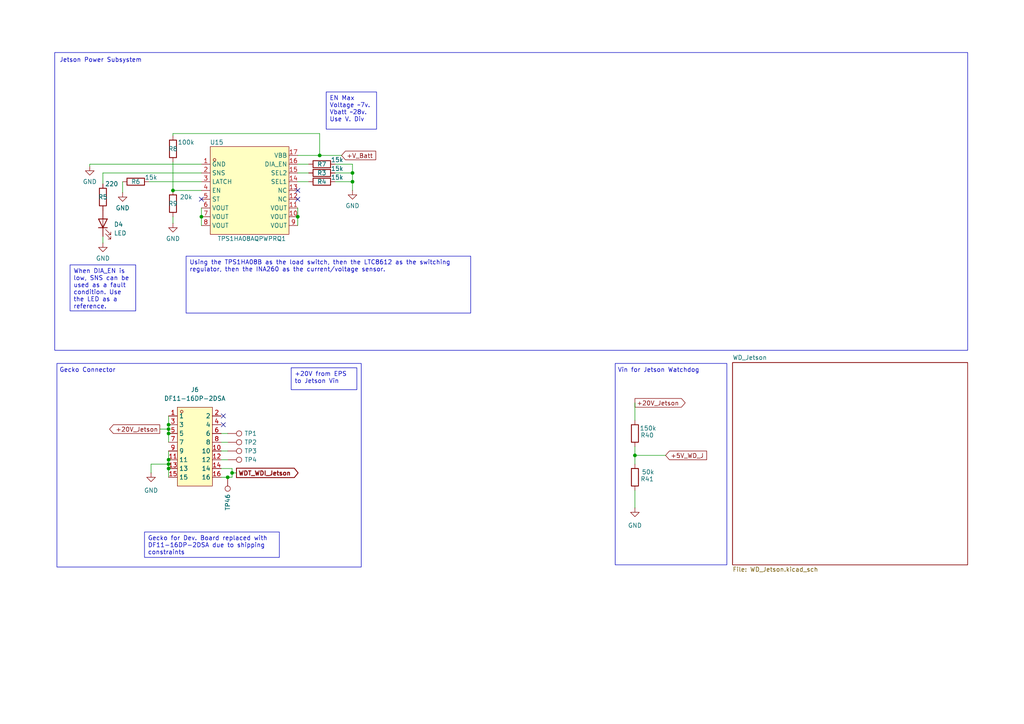
<source format=kicad_sch>
(kicad_sch (version 20250114) (generator "eeschema") (generator_version "9.0")
  (paper "A4")
  (lib_symbols
    (symbol "Connector:TestPoint" (pin_numbers (hide yes)) (pin_names (offset 0.762) (hide yes))
      (property "Reference" "TP" (at 0 6.858 0))
      (property "Value" "TestPoint" (at 0 5.08 0))
      (symbol "TestPoint_0_1"
        (circle (center 0 3.302) (radius 0.762))
      )
      (symbol "TestPoint_1_1"
        (pin passive line (at 0 0 90) (length 2.54) (name "1") (number "1"))
      )
    )
    (symbol "Device:LED" (pin_numbers (hide yes)) (pin_names (offset 1.016) (hide yes))
      (property "Reference" "D" (at 0 2.54 0))
      (property "Value" "LED" (at 0 -2.54 0))
      (symbol "LED_0_1"
        (polyline (pts (xy -3.048 -0.762) (xy -4.572 -2.286) (xy -3.81 -2.286) (xy -4.572 -2.286) (xy -4.572 -1.524)))
        (polyline (pts (xy -1.778 -0.762) (xy -3.302 -2.286) (xy -2.54 -2.286) (xy -3.302 -2.286) (xy -3.302 -1.524)))
        (polyline (pts (xy -1.27 0) (xy 1.27 0)))
        (polyline (pts (xy -1.27 -1.27) (xy -1.27 1.27)) (stroke (width 0.254)))
        (polyline (pts (xy 1.27 -1.27) (xy 1.27 1.27) (xy -1.27 0) (xy 1.27 -1.27)) (stroke (width 0.254)))
      )
      (symbol "LED_1_1"
        (pin passive line (at -3.81 0 0) (length 2.54) (name "K") (number "1"))
        (pin passive line (at 3.81 0 180) (length 2.54) (name "A") (number "2"))
      )
    )
    (symbol "Device:R" (pin_numbers (hide yes)) (pin_names (offset 0))
      (property "Reference" "R" (at 2.032 0 90))
      (property "Value" "R" (at 0 0 90))
      (symbol "R_0_1"
        (rectangle (start -1.016 -2.54) (end 1.016 2.54) (stroke (width 0.254)))
      )
      (symbol "R_1_1"
        (pin passive line (at 0 3.81 270) (length 1.27) (name "~") (number "1"))
        (pin passive line (at 0 -3.81 90) (length 1.27) (name "~") (number "2"))
      )
    )
    (symbol "EASYEDA2KICAD:TPS1HA08AQPWPRQ1"
      (property "Reference" "U" (at 0 15.24 0))
      (property "Value" "TPS1HA08AQPWPRQ1" (at 0 -15.24 0))
      (symbol "TPS1HA08AQPWPRQ1_0_1"
        (rectangle (start -12.7 12.7) (end 10.16 -12.7) (fill (type background)))
        (circle (center -11.43 8.89) (radius 0.38))
        (pin unspecified line (at -15.24 7.62 0) (length 2.54) (name "GND") (number "1"))
        (pin unspecified line (at -15.24 5.08 0) (length 2.54) (name "SNS") (number "2"))
        (pin unspecified line (at -15.24 2.54 0) (length 2.54) (name "LATCH") (number "3"))
        (pin unspecified line (at -15.24 0 0) (length 2.54) (name "EN") (number "4"))
        (pin unspecified line (at -15.24 -2.54 0) (length 2.54) (name "ST") (number "5"))
        (pin unspecified line (at -15.24 -5.08 0) (length 2.54) (name "VOUT") (number "6"))
        (pin unspecified line (at -15.24 -7.62 0) (length 2.54) (name "VOUT") (number "7"))
        (pin unspecified line (at -15.24 -10.16 0) (length 2.54) (name "VOUT") (number "8"))
        (pin unspecified line (at 12.7 10.16 180) (length 2.54) (name "VBB") (number "17"))
        (pin unspecified line (at 12.7 7.62 180) (length 2.54) (name "DIA_EN") (number "16"))
        (pin unspecified line (at 12.7 5.08 180) (length 2.54) (name "SEL2") (number "15"))
        (pin unspecified line (at 12.7 2.54 180) (length 2.54) (name "SEL1") (number "14"))
        (pin unspecified line (at 12.7 0 180) (length 2.54) (name "NC") (number "13"))
        (pin unspecified line (at 12.7 -2.54 180) (length 2.54) (name "NC") (number "12"))
        (pin unspecified line (at 12.7 -5.08 180) (length 2.54) (name "VOUT") (number "11"))
        (pin unspecified line (at 12.7 -7.62 180) (length 2.54) (name "VOUT") (number "10"))
        (pin unspecified line (at 12.7 -10.16 180) (length 2.54) (name "VOUT") (number "9"))
      )
    )
    (symbol "easyeda2kicad:DF11-16DP-2DSA(08)"
      (property "Reference" "CN" (at 0 13.97 0))
      (property "Value" "DF11-16DP-2DSA(08)" (at 0 -13.97 0))
      (symbol "DF11-16DP-2DSA(08)_0_1"
        (rectangle (start -5.08 11.43) (end 5.08 -11.43) (fill (type background)))
        (circle (center -3.81 10.16) (radius 0.38))
        (pin unspecified line (at -7.62 8.89 0) (length 2.54) (name "1") (number "1"))
        (pin unspecified line (at -7.62 6.35 0) (length 2.54) (name "3") (number "3"))
        (pin unspecified line (at -7.62 3.81 0) (length 2.54) (name "5") (number "5"))
        (pin unspecified line (at -7.62 1.27 0) (length 2.54) (name "7") (number "7"))
        (pin unspecified line (at -7.62 -1.27 0) (length 2.54) (name "9") (number "9"))
        (pin unspecified line (at -7.62 -3.81 0) (length 2.54) (name "11") (number "11"))
        (pin unspecified line (at -7.62 -6.35 0) (length 2.54) (name "13") (number "13"))
        (pin unspecified line (at -7.62 -8.89 0) (length 2.54) (name "15") (number "15"))
        (pin unspecified line (at 7.62 8.89 180) (length 2.54) (name "2") (number "2"))
        (pin unspecified line (at 7.62 6.35 180) (length 2.54) (name "4") (number "4"))
        (pin unspecified line (at 7.62 3.81 180) (length 2.54) (name "6") (number "6"))
        (pin unspecified line (at 7.62 1.27 180) (length 2.54) (name "8") (number "8"))
        (pin unspecified line (at 7.62 -1.27 180) (length 2.54) (name "10") (number "10"))
        (pin unspecified line (at 7.62 -3.81 180) (length 2.54) (name "12") (number "12"))
        (pin unspecified line (at 7.62 -6.35 180) (length 2.54) (name "14") (number "14"))
        (pin unspecified line (at 7.62 -8.89 180) (length 2.54) (name "16") (number "16"))
      )
    )
    (symbol "power:GND" (power) (pin_numbers (hide yes)) (pin_names (offset 0) (hide yes))
      (property "Value" "GND" (at 0 -3.81 0))
      (symbol "GND_0_1"
        (polyline (pts (xy 0 0) (xy 0 -1.27) (xy 1.27 -1.27) (xy 0 -2.54) (xy -1.27 -1.27) (xy 0 -1.27)))
      )
      (symbol "GND_1_1"
        (pin power_in line (at 0 0 270) (length 0) (name "~") (number "1"))
      )
    )
  )
  (rectangle (start 15.875 15.24) (end 280.67 101.6))
  (rectangle (start 16.51 105.41) (end 104.775 164.465))
  (rectangle (start 178.435 105.41) (end 210.82 163.83))
  (text "Jetson Power Subsystem" (at 29.21 17.526 0) (effects (font (size 1.27 1.27))))
  (text "Gecko Connector" (at 25.4 107.442 0) (effects (font (size 1.27 1.27))))
  (text "Vin for Jetson Watchdog\n" (at 191.008 107.442 0) (effects (font (size 1.27 1.27))))
  (text_box "Gecko for Dev. Board replaced with DF11-16DP-2DSA due to shipping constraints" (at 41.91 154.305 0) (size 39.116 7.366) (margins 0.9525 0.9525 0.9525 0.9525) (effects (font (size 1.27 1.27)) (justify left top)))
  (text_box "When DIA_EN is low, SNS can be used as a fault condition. Use the LED as a reference." (at 20.32 76.835 0) (size 19.05 13.335) (margins 0.9525 0.9525 0.9525 0.9525) (effects (font (size 1.27 1.27)) (justify left top)))
  (text_box "EN Max Voltage ~7v.\nVbatt ~28v. Use V. Div" (at 94.615 26.67 0) (size 14.605 10.795) (margins 0.9525 0.9525 0.9525 0.9525) (effects (font (size 1.27 1.27)) (justify left top)))
  (text_box "Using the TPS1HA08B as the load switch, then the LTC8612 as the switching regulator, then the INA260 as the current/voltage sensor. " (at 53.975 74.295 0) (size 82.55 16.51) (margins 0.9525 0.9525 0.9525 0.9525) (effects (font (size 1.27 1.27)) (justify left top)))
  (text_box "+20V from EPS to Jetson Vin" (at 84.455 106.68 0) (size 19.05 6.35) (margins 0.9525 0.9525 0.9525 0.9525) (effects (font (size 1.27 1.27)) (justify left top)))
  (junction (at 58.42 62.865))
  (junction (at 66.04 138.43))
  (junction (at 67.31 137.16))
  (junction (at 50.165 55.245))
  (junction (at 184.15 132.08))
  (junction (at 48.895 134.62))
  (junction (at 48.895 123.19))
  (junction (at 48.895 133.35))
  (junction (at 92.71 45.085))
  (junction (at 48.895 125.73))
  (junction (at 102.235 50.165))
  (junction (at 48.895 135.89))
  (junction (at 86.36 62.865))
  (junction (at 102.235 52.705))
  (junction (at 48.895 124.46))
  (no_connect (at 86.36 55.245))
  (no_connect (at 64.77 123.19))
  (no_connect (at 64.77 120.65))
  (no_connect (at 58.42 57.785))
  (no_connect (at 86.36 57.785))
  (wire (pts (xy 43.18 52.705) (xy 58.42 52.705)))
  (wire (pts (xy 26.035 47.625) (xy 58.42 47.625)))
  (wire (pts (xy 50.165 62.865) (xy 50.165 64.77)))
  (wire (pts (xy 184.15 129.54) (xy 184.15 132.08)))
  (wire (pts (xy 48.895 124.46) (xy 48.895 125.73)))
  (wire (pts (xy 86.36 50.165) (xy 89.535 50.165)))
  (wire (pts (xy 86.36 47.625) (xy 89.535 47.625)))
  (wire (pts (xy 48.895 120.65) (xy 48.895 123.19)))
  (wire (pts (xy 67.31 137.16) (xy 68.58 137.16)))
  (wire (pts (xy 86.36 62.865) (xy 86.36 65.405)))
  (wire (pts (xy 184.15 132.08) (xy 193.04 132.08)))
  (wire (pts (xy 86.36 60.325) (xy 86.36 62.865)))
  (wire (pts (xy 48.895 130.81) (xy 48.895 133.35)))
  (wire (pts (xy 58.42 55.245) (xy 50.165 55.245)))
  (wire (pts (xy 48.895 125.73) (xy 48.895 128.27)))
  (wire (pts (xy 102.235 47.625) (xy 102.235 50.165)))
  (wire (pts (xy 64.135 125.73) (xy 66.04 125.73)))
  (wire (pts (xy 50.165 46.99) (xy 50.165 55.245)))
  (wire (pts (xy 184.15 142.24) (xy 184.15 147.32)))
  (wire (pts (xy 50.165 38.735) (xy 50.165 39.37)))
  (wire (pts (xy 86.36 52.705) (xy 89.535 52.705)))
  (wire (pts (xy 97.155 47.625) (xy 102.235 47.625)))
  (wire (pts (xy 67.31 138.43) (xy 66.04 138.43)))
  (wire (pts (xy 92.71 45.085) (xy 92.71 38.735)))
  (wire (pts (xy 67.31 137.16) (xy 67.31 138.43)))
  (wire (pts (xy 97.155 50.165) (xy 102.235 50.165)))
  (wire (pts (xy 86.36 45.085) (xy 92.71 45.085)))
  (wire (pts (xy 184.15 132.08) (xy 184.15 134.62)))
  (wire (pts (xy 48.895 123.19) (xy 48.895 124.46)))
  (wire (pts (xy 64.135 130.81) (xy 66.04 130.81)))
  (wire (pts (xy 64.135 133.35) (xy 66.04 133.35)))
  (wire (pts (xy 64.135 135.89) (xy 67.31 135.89)))
  (wire (pts (xy 102.235 52.705) (xy 102.235 55.245)))
  (wire (pts (xy 184.15 116.84) (xy 184.15 121.92)))
  (wire (pts (xy 29.845 50.165) (xy 29.845 53.34)))
  (wire (pts (xy 92.71 45.085) (xy 99.06 45.085)))
  (wire (pts (xy 97.155 52.705) (xy 102.235 52.705)))
  (wire (pts (xy 46.355 124.46) (xy 48.895 124.46)))
  (wire (pts (xy 58.42 50.165) (xy 29.845 50.165)))
  (wire (pts (xy 48.895 135.89) (xy 48.895 138.43)))
  (wire (pts (xy 26.035 48.26) (xy 26.035 47.625)))
  (wire (pts (xy 43.815 134.62) (xy 43.815 137.16)))
  (wire (pts (xy 67.31 135.89) (xy 67.31 137.16)))
  (wire (pts (xy 48.895 134.62) (xy 48.895 135.89)))
  (wire (pts (xy 64.135 128.27) (xy 66.04 128.27)))
  (wire (pts (xy 58.42 60.325) (xy 58.42 62.865)))
  (wire (pts (xy 50.165 38.735) (xy 92.71 38.735)))
  (wire (pts (xy 64.135 138.43) (xy 66.04 138.43)))
  (wire (pts (xy 48.895 133.35) (xy 48.895 134.62)))
  (wire (pts (xy 35.56 52.705) (xy 35.56 55.88)))
  (wire (pts (xy 43.815 134.62) (xy 48.895 134.62)))
  (wire (pts (xy 29.845 68.58) (xy 29.845 70.485)))
  (wire (pts (xy 58.42 62.865) (xy 58.42 65.405)))
  (wire (pts (xy 102.235 50.165) (xy 102.235 52.705)))
  (global_label "WDT_WDI_Jetson" (shape output) (at 68.58 137.16 0) (effects (font (thickness 0.254) (bold yes))) (property "Intersheetrefs" "${INTERSHEET_REFS}" (effects (hide yes))))
  (global_label "+20V_Jetson" (shape output) (at 46.355 124.46 180) (property "Intersheetrefs" "${INTERSHEET_REFS}" (effects (hide yes))))
  (global_label "+20V_Jetson" (shape output) (at 184.15 116.84 0) (property "Intersheetrefs" "${INTERSHEET_REFS}" (effects (hide yes))))
  (global_label "+5V_WD_J" (shape input) (at 193.04 132.08 0) (property "Intersheetrefs" "${INTERSHEET_REFS}" (effects (hide yes))))
  (global_label "+V_Batt" (shape input) (at 99.06 45.085 0) (property "Intersheetrefs" "${INTERSHEET_REFS}" (effects (hide yes))))
  (symbol (lib_id "Connector:TestPoint") (at 66.04 138.43 180) (unit 1)
    (property "Reference" "TP46" (at 66.04 143.256 90) (effects (justify left)))
    (property "Value" "TestPoint" (effects (hide yes)))
    (property "Footprint" "TestPoint:TestPoint_Pad_1.0x1.0mm" (effects (hide yes)))
    (property "Description" "test point" (effects (hide yes)))
  )
  (symbol (lib_id "power:GND") (at 29.845 70.485 0) (unit 1)
    (property "Reference" "#PWR07" (effects (hide yes)))
    (property "Value" "GND" (at 29.845 74.93 0))
    (property "Description" "Power symbol creates a global label with name \"GND\" , ground" (effects (hide yes)))
  )
  (symbol (lib_id "Device:R") (at 50.165 59.055 180) (unit 1)
    (property "Reference" "R9" (at 50.165 59.055 0))
    (property "Value" "20k" (at 53.975 57.15 0))
    (property "Description" "Resistor" (effects (hide yes)))
  )
  (symbol (lib_id "power:GND") (at 26.035 48.26 0) (unit 1)
    (property "Reference" "#PWR05" (effects (hide yes)))
    (property "Value" "GND" (at 26.035 52.705 0))
    (property "Description" "Power symbol creates a global label with name \"GND\" , ground" (effects (hide yes)))
  )
  (symbol (lib_id "Device:R") (at 184.15 138.43 0) (unit 1)
    (property "Reference" "R41" (at 187.706 138.938 0))
    (property "Value" "50k" (at 187.96 136.906 0))
    (property "Footprint" "Resistor_SMD:R_0603_1608Metric" (effects (hide yes)))
    (property "Description" "Resistor" (effects (hide yes)))
  )
  (symbol (lib_id "Device:R") (at 29.845 57.15 180) (unit 1)
    (property "Reference" "R5" (at 29.845 57.15 0))
    (property "Value" "220" (at 32.385 53.34 0))
    (property "Description" "Resistor" (effects (hide yes)))
  )
  (symbol (lib_id "Device:R") (at 93.345 50.165 90) (unit 1)
    (property "Reference" "R3" (at 93.345 50.165 90))
    (property "Value" "15k" (at 97.79 48.895 90))
    (property "Description" "Resistor" (effects (hide yes)))
  )
  (symbol (lib_id "Connector:TestPoint") (at 66.04 133.35 270) (unit 1)
    (property "Reference" "TP4" (at 70.866 133.35 90) (effects (justify left)))
    (property "Value" "TestPoint" (effects (hide yes)))
    (property "Footprint" "TestPoint:TestPoint_Pad_1.0x1.0mm" (effects (hide yes)))
    (property "Description" "test point" (effects (hide yes)))
  )
  (symbol (lib_id "Connector:TestPoint") (at 66.04 128.27 270) (unit 1)
    (property "Reference" "TP2" (at 70.866 128.27 90) (effects (justify left)))
    (property "Value" "TestPoint" (effects (hide yes)))
    (property "Footprint" "TestPoint:TestPoint_Pad_1.0x1.0mm" (effects (hide yes)))
    (property "Description" "test point" (effects (hide yes)))
  )
  (symbol (lib_id "Device:R") (at 93.345 52.705 90) (unit 1)
    (property "Reference" "R4" (at 93.345 52.705 90))
    (property "Value" "15k" (at 97.79 51.435 90))
    (property "Description" "Resistor" (effects (hide yes)))
  )
  (symbol (lib_id "power:GND") (at 184.15 147.32 0) (unit 1)
    (property "Reference" "#PWR049" (effects (hide yes)))
    (property "Value" "GND" (at 184.15 152.4 0))
    (property "Description" "Power symbol creates a global label with name \"GND\" , ground" (effects (hide yes)))
  )
  (symbol (lib_id "Device:R") (at 184.15 125.73 0) (unit 1)
    (property "Reference" "R40" (at 187.706 126.238 0))
    (property "Value" "150k" (at 187.96 124.206 0))
    (property "Footprint" "Resistor_SMD:R_0603_1608Metric" (effects (hide yes)))
    (property "Description" "Resistor" (effects (hide yes)))
  )
  (symbol (lib_id "Connector:TestPoint") (at 66.04 130.81 270) (unit 1)
    (property "Reference" "TP3" (at 70.866 130.81 90) (effects (justify left)))
    (property "Value" "TestPoint" (effects (hide yes)))
    (property "Footprint" "TestPoint:TestPoint_Pad_1.0x1.0mm" (effects (hide yes)))
    (property "Description" "test point" (effects (hide yes)))
  )
  (symbol (lib_id "power:GND") (at 102.235 55.245 0) (unit 1)
    (property "Reference" "#PWR03" (effects (hide yes)))
    (property "Value" "GND" (at 102.235 59.69 0))
    (property "Description" "Power symbol creates a global label with name \"GND\" , ground" (effects (hide yes)))
  )
  (symbol (lib_id "Device:R") (at 50.165 43.18 180) (unit 1)
    (property "Reference" "R8" (at 50.165 43.18 0))
    (property "Value" "100k" (at 53.975 41.275 0))
    (property "Description" "Resistor" (effects (hide yes)))
  )
  (symbol (lib_id "Device:R") (at 39.37 52.705 90) (unit 1)
    (property "Reference" "R6" (at 39.37 52.705 90))
    (property "Value" "15k" (at 43.815 51.435 90))
    (property "Description" "Resistor" (effects (hide yes)))
  )
  (symbol (lib_id "Device:LED") (at 29.845 64.77 90) (unit 1)
    (property "Reference" "D4" (at 33.02 65.0874 90) (effects (justify right)))
    (property "Value" "LED" (at 33.02 67.6274 90) (effects (justify right)))
    (property "Description" "Light emitting diode" (effects (hide yes)))
    (property "Sim.Pins" "1=K 2=A" (effects (hide yes)))
  )
  (symbol (lib_id "power:GND") (at 43.815 137.16 0) (unit 1)
    (property "Reference" "#PWR04" (effects (hide yes)))
    (property "Value" "GND" (at 43.815 142.24 0))
    (property "Description" "Power symbol creates a global label with name \"GND\" , ground" (effects (hide yes)))
  )
  (symbol (lib_id "Connector:TestPoint") (at 66.04 125.73 270) (unit 1)
    (property "Reference" "TP1" (at 70.866 125.73 90) (effects (justify left)))
    (property "Value" "TestPoint" (effects (hide yes)))
    (property "Footprint" "TestPoint:TestPoint_Pad_1.0x1.0mm" (effects (hide yes)))
    (property "Description" "test point" (effects (hide yes)))
  )
  (symbol (lib_id "power:GND") (at 35.56 55.88 0) (unit 1)
    (property "Reference" "#PWR06" (effects (hide yes)))
    (property "Value" "GND" (at 35.56 60.325 0))
    (property "Description" "Power symbol creates a global label with name \"GND\" , ground" (effects (hide yes)))
  )
  (symbol (lib_id "easyeda2kicad:DF11-16DP-2DSA(08)") (at 56.515 129.54 0) (unit 1)
    (property "Reference" "J6" (at 56.515 113.03 0))
    (property "Value" "DF11-16DP-2DSA" (at 56.515 115.57 0))
    (property "Footprint" "easyeda2kicad:CONN-TH_DF11-16DP-2DSA-08" (effects (hide yes)))
    (property "Datasheet" "https://lcsc.com/product-detail/Wire-To-Board-Wire-To-Wire-Connector_HRS-Hirose-HRS-DF11-16DP-2DSA-08_C530981.html" (effects (hide yes)))
    (property "Description" "Replacement for Gecko Connector" (effects (hide yes)))
    (property "MANUFACTURER" "HARWIN" (effects (hide yes)))
    (property "LCSC Part" "C530981" (effects (hide yes)))
  )
  (symbol (lib_id "power:GND") (at 50.165 64.77 0) (unit 1)
    (property "Reference" "#PWR08" (effects (hide yes)))
    (property "Value" "GND" (at 50.165 69.215 0))
    (property "Description" "Power symbol creates a global label with name \"GND\" , ground" (effects (hide yes)))
  )
  (symbol (lib_id "EASYEDA2KICAD:TPS1HA08AQPWPRQ1") (at 73.66 55.245 0) (unit 1)
    (property "Reference" "U15" (at 62.865 41.275 0))
    (property "Value" "TPS1HA08AQPWPRQ1" (at 73.025 69.215 0))
    (property "Footprint" "EASYEDA2KICAD:HTSSOP-16_L5.0-W4.4-P0.65-LS6.4-BL-EP" (effects (hide yes)))
    (property "Datasheet" "https://www.ti.com/lit/ds/symlink/tps1ha08-q1.pdf?ts=1748348271870" (effects (hide yes)))
    (property "Description" "Load Switch" (effects (hide yes)))
    (property "LCSC Part" "C3230076" (effects (hide yes)))
  )
  (symbol (lib_id "Device:R") (at 93.345 47.625 90) (unit 1)
    (property "Reference" "R7" (at 93.345 47.625 90))
    (property "Value" "15k" (at 97.79 46.355 90))
    (property "Description" "Resistor" (effects (hide yes)))
  )
  (sheet (at 212.471 105.156) (size 68.199 58.674) (stroke (width 0.1524))
    (property "Sheetname" "WD_Jetson" (at 212.471 104.4444 0) (effects (justify left bottom)))
    (property "Sheetfile" "WD_Jetson.kicad_sch" (at 212.471 164.4146 0) (effects (justify left top)))
  )
)
</source>
